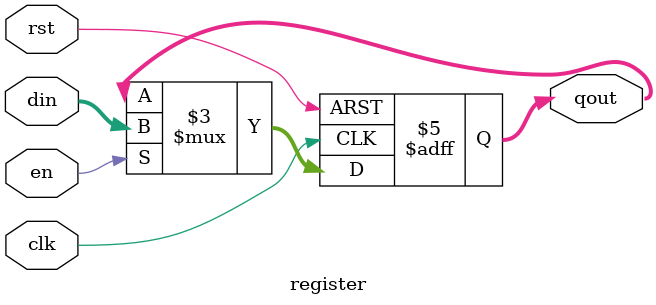
<source format=v>
`timescale 1ns / 1ps
module register(
	input        rst ,
	input        clk ,
	input        en ,
	input  [3:0] din ,
	output reg [3:0] qout
    );
	always@(negedge rst or posedge clk)
		if (~rst) 
				qout<=4'b0000;
		else
		begin
			if	(en)
				qout<=din;
		end
endmodule

</source>
